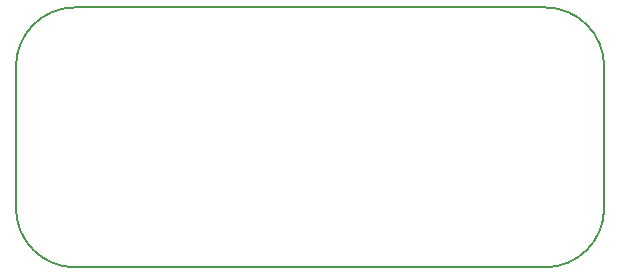
<source format=gko>
G04 #@! TF.FileFunction,Profile,NP*
%FSLAX46Y46*%
G04 Gerber Fmt 4.6, Leading zero omitted, Abs format (unit mm)*
G04 Created by KiCad (PCBNEW 0.201510170916+6271~30~ubuntu14.04.1-product) date Tue 27 Oct 2015 04:13:56 PM CET*
%MOMM*%
G01*
G04 APERTURE LIST*
%ADD10C,0.100000*%
%ADD11C,0.200000*%
G04 APERTURE END LIST*
D10*
D11*
X142660000Y-67994000D02*
X182460000Y-67994000D01*
X187460000Y-72994000D02*
X187460000Y-84994000D01*
X182460000Y-89994000D02*
X142660000Y-89994000D01*
X137660000Y-84994000D02*
X137660000Y-72994000D01*
X187460000Y-72994000D02*
G75*
G03X182460000Y-67994000I-5000000J0D01*
G01*
X182460000Y-89994000D02*
G75*
G03X187460000Y-84994000I0J5000000D01*
G01*
X137660000Y-84994000D02*
G75*
G03X142660000Y-89994000I5000000J0D01*
G01*
X142660000Y-67994000D02*
G75*
G03X137660000Y-72994000I0J-5000000D01*
G01*
M02*

</source>
